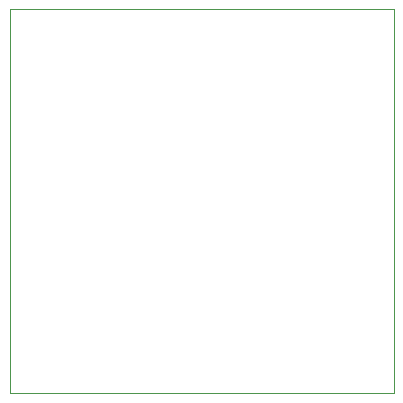
<source format=gbr>
%TF.GenerationSoftware,KiCad,Pcbnew,9.0.2*%
%TF.CreationDate,2025-08-02T09:46:46-05:00*%
%TF.ProjectId,GettingToBlinky_5.0,47657474-696e-4675-946f-426c696e6b79,rev?*%
%TF.SameCoordinates,Original*%
%TF.FileFunction,Profile,NP*%
%FSLAX46Y46*%
G04 Gerber Fmt 4.6, Leading zero omitted, Abs format (unit mm)*
G04 Created by KiCad (PCBNEW 9.0.2) date 2025-08-02 09:46:46*
%MOMM*%
%LPD*%
G01*
G04 APERTURE LIST*
%TA.AperFunction,Profile*%
%ADD10C,0.050000*%
%TD*%
G04 APERTURE END LIST*
D10*
X133900000Y-111000000D02*
X166400000Y-111000000D01*
X133900000Y-78500000D02*
X133900000Y-111000000D01*
X166400000Y-78500000D02*
X133900000Y-78500000D01*
X166400000Y-111000000D02*
X166400000Y-78500000D01*
M02*

</source>
